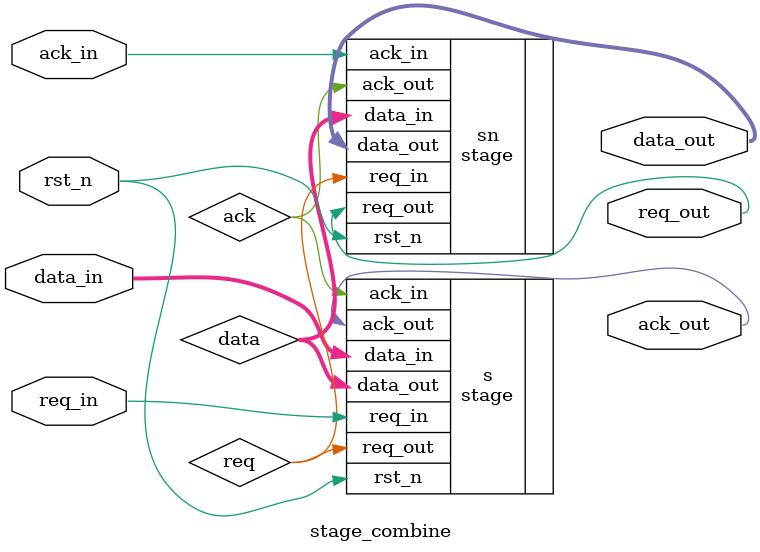
<source format=v>
`timescale 1ns / 1ps

module stage_combine(
    rst_n,
    req_in,
    ack_in,
    data_in,
    data_out,
    ack_out,
    req_out
    );
    parameter data_width=3;
    input rst_n;
    input req_in;
    input ack_in;
    input [data_width-1:0] data_in;
    output [data_width-1:0] data_out;
    output ack_out;
    output req_out;
    wire req;
	wire ack;
    wire [data_width-1:0] data;
    stage s(
        .rst_n(rst_n),
        .req_in(req_in),
        .ack_in(ack),
        .data_in(data_in),
        .req_out(req),
        .ack_out(ack_out),
        .data_out(data) 
    );
    
    stage sn(
        .rst_n(rst_n),
        .req_in(req),
        .ack_in(ack_in),
        .data_in(data),
        .req_out(req_out),
        .ack_out(ack),
        .data_out(data_out)
    );
endmodule

</source>
